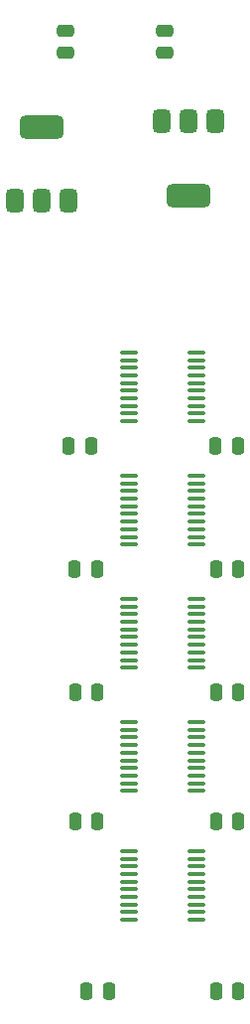
<source format=gbr>
%TF.GenerationSoftware,KiCad,Pcbnew,8.0.3-8.0.3-0~ubuntu20.04.1*%
%TF.CreationDate,2024-07-01T18:26:47+09:00*%
%TF.ProjectId,Gender_TANG25K_IO_LevelShift,47656e64-6572-45f5-9441-4e4732354b5f,rev?*%
%TF.SameCoordinates,Original*%
%TF.FileFunction,Paste,Top*%
%TF.FilePolarity,Positive*%
%FSLAX46Y46*%
G04 Gerber Fmt 4.6, Leading zero omitted, Abs format (unit mm)*
G04 Created by KiCad (PCBNEW 8.0.3-8.0.3-0~ubuntu20.04.1) date 2024-07-01 18:26:47*
%MOMM*%
%LPD*%
G01*
G04 APERTURE LIST*
G04 Aperture macros list*
%AMRoundRect*
0 Rectangle with rounded corners*
0 $1 Rounding radius*
0 $2 $3 $4 $5 $6 $7 $8 $9 X,Y pos of 4 corners*
0 Add a 4 corners polygon primitive as box body*
4,1,4,$2,$3,$4,$5,$6,$7,$8,$9,$2,$3,0*
0 Add four circle primitives for the rounded corners*
1,1,$1+$1,$2,$3*
1,1,$1+$1,$4,$5*
1,1,$1+$1,$6,$7*
1,1,$1+$1,$8,$9*
0 Add four rect primitives between the rounded corners*
20,1,$1+$1,$2,$3,$4,$5,0*
20,1,$1+$1,$4,$5,$6,$7,0*
20,1,$1+$1,$6,$7,$8,$9,0*
20,1,$1+$1,$8,$9,$2,$3,0*%
G04 Aperture macros list end*
%ADD10RoundRect,0.375000X-0.375000X0.625000X-0.375000X-0.625000X0.375000X-0.625000X0.375000X0.625000X0*%
%ADD11RoundRect,0.500000X-1.400000X0.500000X-1.400000X-0.500000X1.400000X-0.500000X1.400000X0.500000X0*%
%ADD12RoundRect,0.250000X0.475000X-0.250000X0.475000X0.250000X-0.475000X0.250000X-0.475000X-0.250000X0*%
%ADD13RoundRect,0.100000X-0.637500X-0.100000X0.637500X-0.100000X0.637500X0.100000X-0.637500X0.100000X0*%
%ADD14RoundRect,0.250000X0.250000X0.475000X-0.250000X0.475000X-0.250000X-0.475000X0.250000X-0.475000X0*%
%ADD15RoundRect,0.375000X0.375000X-0.625000X0.375000X0.625000X-0.375000X0.625000X-0.375000X-0.625000X0*%
%ADD16RoundRect,0.500000X1.400000X-0.500000X1.400000X0.500000X-1.400000X0.500000X-1.400000X-0.500000X0*%
%ADD17RoundRect,0.250000X-0.250000X-0.475000X0.250000X-0.475000X0.250000X0.475000X-0.250000X0.475000X0*%
G04 APERTURE END LIST*
D10*
%TO.C,U7*%
X97800000Y-106850000D03*
X95500000Y-106850000D03*
D11*
X95500000Y-113150000D03*
D10*
X93200000Y-106850000D03*
%TD*%
D12*
%TO.C,C11*%
X85000000Y-101000000D03*
X85000000Y-99100000D03*
%TD*%
D13*
%TO.C,U1*%
X90457500Y-126575000D03*
X90457500Y-127225000D03*
X90457500Y-127875000D03*
X90457500Y-128525000D03*
X90457500Y-129175000D03*
X90457500Y-129825000D03*
X90457500Y-130475000D03*
X90457500Y-131125000D03*
X90457500Y-131775000D03*
X90457500Y-132425000D03*
X96182500Y-132425000D03*
X96182500Y-131775000D03*
X96182500Y-131125000D03*
X96182500Y-130475000D03*
X96182500Y-129825000D03*
X96182500Y-129175000D03*
X96182500Y-128525000D03*
X96182500Y-127875000D03*
X96182500Y-127225000D03*
X96182500Y-126575000D03*
%TD*%
D14*
%TO.C,C5*%
X87770000Y-155500000D03*
X85870000Y-155500000D03*
%TD*%
%TO.C,C9*%
X88720000Y-181000000D03*
X86820000Y-181000000D03*
%TD*%
D15*
%TO.C,U6*%
X80700000Y-113650000D03*
X83000000Y-113650000D03*
D16*
X83000000Y-107350000D03*
D15*
X85300000Y-113650000D03*
%TD*%
D13*
%TO.C,U5*%
X90457500Y-169075000D03*
X90457500Y-169725000D03*
X90457500Y-170375000D03*
X90457500Y-171025000D03*
X90457500Y-171675000D03*
X90457500Y-172325000D03*
X90457500Y-172975000D03*
X90457500Y-173625000D03*
X90457500Y-174275000D03*
X90457500Y-174925000D03*
X96182500Y-174925000D03*
X96182500Y-174275000D03*
X96182500Y-173625000D03*
X96182500Y-172975000D03*
X96182500Y-172325000D03*
X96182500Y-171675000D03*
X96182500Y-171025000D03*
X96182500Y-170375000D03*
X96182500Y-169725000D03*
X96182500Y-169075000D03*
%TD*%
D17*
%TO.C,C8*%
X97870000Y-166500000D03*
X99770000Y-166500000D03*
%TD*%
D14*
%TO.C,C3*%
X87720000Y-145000000D03*
X85820000Y-145000000D03*
%TD*%
D12*
%TO.C,C13*%
X93500000Y-101000000D03*
X93500000Y-99100000D03*
%TD*%
D17*
%TO.C,C6*%
X97870000Y-155500000D03*
X99770000Y-155500000D03*
%TD*%
%TO.C,C4*%
X97870000Y-145000000D03*
X99770000Y-145000000D03*
%TD*%
D14*
%TO.C,C7*%
X87770000Y-166500000D03*
X85870000Y-166500000D03*
%TD*%
D13*
%TO.C,U2*%
X90457500Y-137075000D03*
X90457500Y-137725000D03*
X90457500Y-138375000D03*
X90457500Y-139025000D03*
X90457500Y-139675000D03*
X90457500Y-140325000D03*
X90457500Y-140975000D03*
X90457500Y-141625000D03*
X90457500Y-142275000D03*
X90457500Y-142925000D03*
X96182500Y-142925000D03*
X96182500Y-142275000D03*
X96182500Y-141625000D03*
X96182500Y-140975000D03*
X96182500Y-140325000D03*
X96182500Y-139675000D03*
X96182500Y-139025000D03*
X96182500Y-138375000D03*
X96182500Y-137725000D03*
X96182500Y-137075000D03*
%TD*%
%TO.C,U3*%
X90457500Y-147575000D03*
X90457500Y-148225000D03*
X90457500Y-148875000D03*
X90457500Y-149525000D03*
X90457500Y-150175000D03*
X90457500Y-150825000D03*
X90457500Y-151475000D03*
X90457500Y-152125000D03*
X90457500Y-152775000D03*
X90457500Y-153425000D03*
X96182500Y-153425000D03*
X96182500Y-152775000D03*
X96182500Y-152125000D03*
X96182500Y-151475000D03*
X96182500Y-150825000D03*
X96182500Y-150175000D03*
X96182500Y-149525000D03*
X96182500Y-148875000D03*
X96182500Y-148225000D03*
X96182500Y-147575000D03*
%TD*%
D17*
%TO.C,C10*%
X97870000Y-181000000D03*
X99770000Y-181000000D03*
%TD*%
%TO.C,C2*%
X97820000Y-134500000D03*
X99720000Y-134500000D03*
%TD*%
D13*
%TO.C,U4*%
X90457500Y-158075000D03*
X90457500Y-158725000D03*
X90457500Y-159375000D03*
X90457500Y-160025000D03*
X90457500Y-160675000D03*
X90457500Y-161325000D03*
X90457500Y-161975000D03*
X90457500Y-162625000D03*
X90457500Y-163275000D03*
X90457500Y-163925000D03*
X96182500Y-163925000D03*
X96182500Y-163275000D03*
X96182500Y-162625000D03*
X96182500Y-161975000D03*
X96182500Y-161325000D03*
X96182500Y-160675000D03*
X96182500Y-160025000D03*
X96182500Y-159375000D03*
X96182500Y-158725000D03*
X96182500Y-158075000D03*
%TD*%
D14*
%TO.C,C1*%
X87220000Y-134500000D03*
X85320000Y-134500000D03*
%TD*%
M02*

</source>
